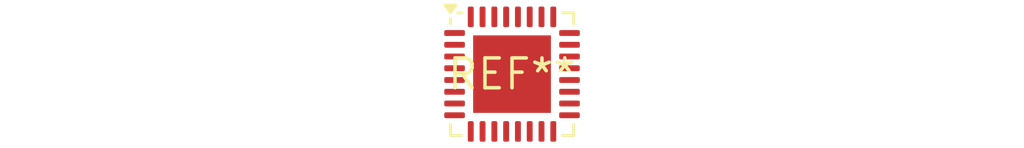
<source format=kicad_pcb>
(kicad_pcb (version 20240108) (generator pcbnew)
  (layers (0 "F.Cu" signal) (31 "B.Cu" signal) (34 "B.Paste" user) (35 "F.Paste" user) (36 "B.SilkS" user "B.Silkscreen") (37 "F.SilkS" user "F.Silkscreen") (38 "B.Mask" user) (39 "F.Mask" user) (44 "Edge.Cuts" user))
  (net 0 "")
  (footprint "QFN-32-1EP_5x5mm_P0.5mm_EP3.3x3.3mm" (layer "F.Cu") (at 0 0)
    (property "Reference" "REF**")
    (property "Value" "QFN-32-1EP_5x5mm_P0.5mm_EP3.3x3.3mm")
    (fp_line (start -2.61 -2.135) (end -2.61 -2.37) (layer "F.SilkS") (stroke (width 0.12)))
    (fp_line (start -2.61 2.61) (end -2.61 2.135) (layer "F.SilkS") (stroke (width 0.12)))
    (fp_line (start -2.135 -2.61) (end -2.31 -2.61) (layer "F.SilkS") (stroke (width 0.12)))
    (fp_line (start -2.135 2.61) (end -2.61 2.61) (layer "F.SilkS") (stroke (width 0.12)))
    (fp_line (start 2.135 -2.61) (end 2.61 -2.61) (layer "F.SilkS") (stroke (width 0.12)))
    (fp_line (start 2.135 2.61) (end 2.61 2.61) (layer "F.SilkS") (stroke (width 0.12)))
    (fp_line (start 2.61 -2.61) (end 2.61 -2.135) (layer "F.SilkS") (stroke (width 0.12)))
    (fp_line (start 2.61 2.61) (end 2.61 2.135) (layer "F.SilkS") (stroke (width 0.12)))
    (fp_poly (pts (xy -2.61 -2.61) (xy -2.85 -2.94) (xy -2.37 -2.94) (xy -2.61 -2.61)) (layer "F.SilkS") (stroke (width 0.12)) (fill solid))
    (pad "1" smd roundrect (at -2.4375 -1.75) (size 0.875 0.25) (layers "F.Cu" "F.Paste" "F.Mask"))
    (pad "2" smd roundrect (at -2.4375 -1.25) (size 0.875 0.25) (layers "F.Cu" "F.Paste" "F.Mask"))
    (pad "3" smd roundrect (at -2.4375 -0.75) (size 0.875 0.25) (layers "F.Cu" "F.Paste" "F.Mask"))
    (pad "4" smd roundrect (at -2.4375 -0.25) (size 0.875 0.25) (layers "F.Cu" "F.Paste" "F.Mask"))
    (pad "5" smd roundrect (at -2.4375 0.25) (size 0.875 0.25) (layers "F.Cu" "F.Paste" "F.Mask"))
    (pad "6" smd roundrect (at -2.4375 0.75) (size 0.875 0.25) (layers "F.Cu" "F.Paste" "F.Mask"))
    (pad "7" smd roundrect (at -2.4375 1.25) (size 0.875 0.25) (layers "F.Cu" "F.Paste" "F.Mask"))
    (pad "8" smd roundrect (at -2.4375 1.75) (size 0.875 0.25) (layers "F.Cu" "F.Paste" "F.Mask"))
    (pad "9" smd roundrect (at -1.75 2.4375) (size 0.25 0.875) (layers "F.Cu" "F.Paste" "F.Mask"))
    (pad "10" smd roundrect (at -1.25 2.4375) (size 0.25 0.875) (layers "F.Cu" "F.Paste" "F.Mask"))
    (pad "11" smd roundrect (at -0.75 2.4375) (size 0.25 0.875) (layers "F.Cu" "F.Paste" "F.Mask"))
    (pad "12" smd roundrect (at -0.25 2.4375) (size 0.25 0.875) (layers "F.Cu" "F.Paste" "F.Mask"))
    (pad "13" smd roundrect (at 0.25 2.4375) (size 0.25 0.875) (layers "F.Cu" "F.Paste" "F.Mask"))
    (pad "14" smd roundrect (at 0.75 2.4375) (size 0.25 0.875) (layers "F.Cu" "F.Paste" "F.Mask"))
    (pad "15" smd roundrect (at 1.25 2.4375) (size 0.25 0.875) (layers "F.Cu" "F.Paste" "F.Mask"))
    (pad "16" smd roundrect (at 1.75 2.4375) (size 0.25 0.875) (layers "F.Cu" "F.Paste" "F.Mask"))
    (pad "17" smd roundrect (at 2.4375 1.75) (size 0.875 0.25) (layers "F.Cu" "F.Paste" "F.Mask"))
    (pad "18" smd roundrect (at 2.4375 1.25) (size 0.875 0.25) (layers "F.Cu" "F.Paste" "F.Mask"))
    (pad "19" smd roundrect (at 2.4375 0.75) (size 0.875 0.25) (layers "F.Cu" "F.Paste" "F.Mask"))
    (pad "20" smd roundrect (at 2.4375 0.25) (size 0.875 0.25) (layers "F.Cu" "F.Paste" "F.Mask"))
    (pad "21" smd roundrect (at 2.4375 -0.25) (size 0.875 0.25) (layers "F.Cu" "F.Paste" "F.Mask"))
    (pad "22" smd roundrect (at 2.4375 -0.75) (size 0.875 0.25) (layers "F.Cu" "F.Paste" "F.Mask"))
    (pad "23" smd roundrect (at 2.4375 -1.25) (size 0.875 0.25) (layers "F.Cu" "F.Paste" "F.Mask"))
    (pad "24" smd roundrect (at 2.4375 -1.75) (size 0.875 0.25) (layers "F.Cu" "F.Paste" "F.Mask"))
    (pad "25" smd roundrect (at 1.75 -2.4375) (size 0.25 0.875) (layers "F.Cu" "F.Paste" "F.Mask"))
    (pad "26" smd roundrect (at 1.25 -2.4375) (size 0.25 0.875) (layers "F.Cu" "F.Paste" "F.Mask"))
    (pad "27" smd roundrect (at 0.75 -2.4375) (size 0.25 0.875) (layers "F.Cu" "F.Paste" "F.Mask"))
    (pad "28" smd roundrect (at 0.25 -2.4375) (size 0.25 0.875) (layers "F.Cu" "F.Paste" "F.Mask"))
    (pad "29" smd roundrect (at -0.25 -2.4375) (size 0.25 0.875) (layers "F.Cu" "F.Paste" "F.Mask"))
    (pad "30" smd roundrect (at -0.75 -2.4375) (size 0.25 0.875) (layers "F.Cu" "F.Paste" "F.Mask"))
    (pad "31" smd roundrect (at -1.25 -2.4375) (size 0.25 0.875) (layers "F.Cu" "F.Paste" "F.Mask"))
    (pad "32" smd roundrect (at -1.75 -2.4375) (size 0.25 0.875) (layers "F.Cu" "F.Paste" "F.Mask"))
    (pad "33" smd rect (at 0 0) (size 3.3 3.3) (property pad_prop_heatsink) (layers "F.Cu" "F.Mask"))
  )
)
</source>
